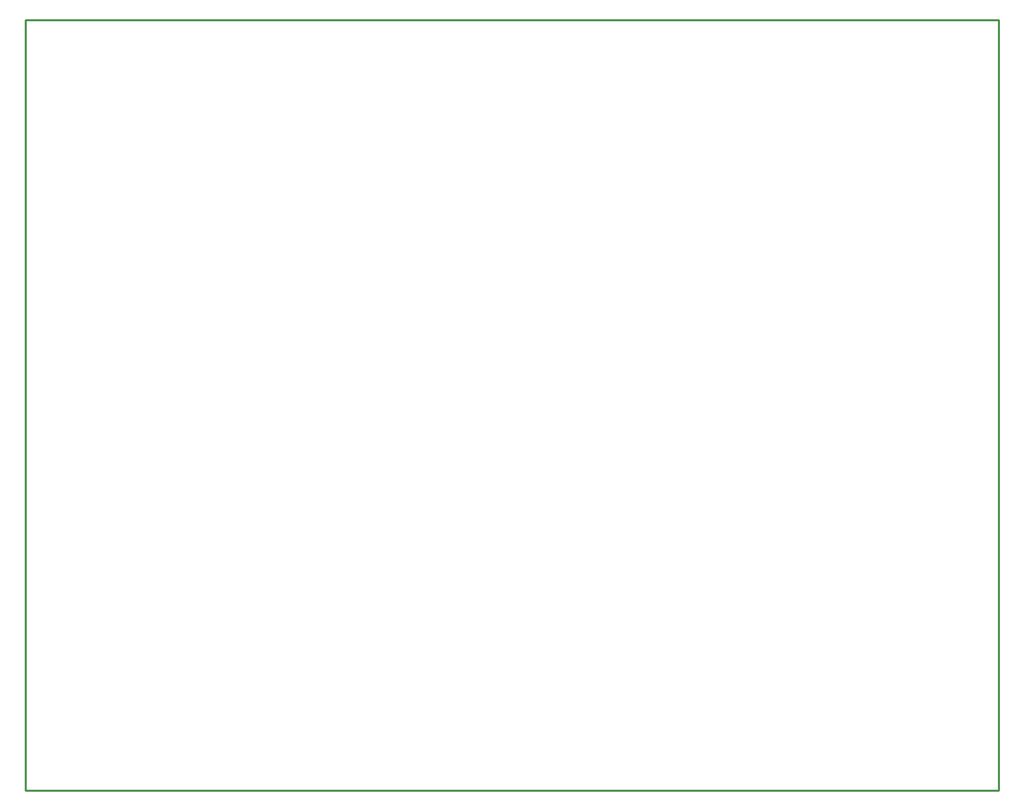
<source format=gko>
%FSAX24Y24*%
%MOIN*%
G70*
G01*
G75*
G04 Layer_Color=16711935*
%ADD10C,0.0080*%
%ADD11C,0.0079*%
%ADD12R,0.0591X0.0551*%
%ADD13R,0.0551X0.0591*%
%ADD14O,0.0236X0.0866*%
%ADD15R,0.0394X0.1575*%
%ADD16R,0.1575X0.0394*%
%ADD17R,0.1299X0.0984*%
G04:AMPARAMS|DCode=18|XSize=8.7mil|YSize=74.8mil|CornerRadius=2.2mil|HoleSize=0mil|Usage=FLASHONLY|Rotation=90.000|XOffset=0mil|YOffset=0mil|HoleType=Round|Shape=RoundedRectangle|*
%AMROUNDEDRECTD18*
21,1,0.0087,0.0705,0,0,90.0*
21,1,0.0043,0.0748,0,0,90.0*
1,1,0.0043,0.0352,0.0022*
1,1,0.0043,0.0352,-0.0022*
1,1,0.0043,-0.0352,-0.0022*
1,1,0.0043,-0.0352,0.0022*
%
%ADD18ROUNDEDRECTD18*%
G04:AMPARAMS|DCode=19|XSize=8.7mil|YSize=74.8mil|CornerRadius=2.2mil|HoleSize=0mil|Usage=FLASHONLY|Rotation=180.000|XOffset=0mil|YOffset=0mil|HoleType=Round|Shape=RoundedRectangle|*
%AMROUNDEDRECTD19*
21,1,0.0087,0.0705,0,0,180.0*
21,1,0.0043,0.0748,0,0,180.0*
1,1,0.0043,-0.0022,0.0352*
1,1,0.0043,0.0022,0.0352*
1,1,0.0043,0.0022,-0.0352*
1,1,0.0043,-0.0022,-0.0352*
%
%ADD19ROUNDEDRECTD19*%
G04:AMPARAMS|DCode=20|XSize=133.9mil|YSize=135.8mil|CornerRadius=0mil|HoleSize=0mil|Usage=FLASHONLY|Rotation=135.000|XOffset=0mil|YOffset=0mil|HoleType=Round|Shape=Rectangle|*
%AMROTATEDRECTD20*
4,1,4,0.0953,0.0007,-0.0007,-0.0953,-0.0953,-0.0007,0.0007,0.0953,0.0953,0.0007,0.0*
%
%ADD20ROTATEDRECTD20*%

%ADD21R,0.1339X0.1358*%
%ADD22R,0.2047X0.0827*%
%ADD23R,0.2047X0.1969*%
G04:AMPARAMS|DCode=24|XSize=11.8mil|YSize=65mil|CornerRadius=3mil|HoleSize=0mil|Usage=FLASHONLY|Rotation=90.000|XOffset=0mil|YOffset=0mil|HoleType=Round|Shape=RoundedRectangle|*
%AMROUNDEDRECTD24*
21,1,0.0118,0.0591,0,0,90.0*
21,1,0.0059,0.0650,0,0,90.0*
1,1,0.0059,0.0295,0.0030*
1,1,0.0059,0.0295,-0.0030*
1,1,0.0059,-0.0295,-0.0030*
1,1,0.0059,-0.0295,0.0030*
%
%ADD24ROUNDEDRECTD24*%
G04:AMPARAMS|DCode=25|XSize=11.8mil|YSize=65mil|CornerRadius=3mil|HoleSize=0mil|Usage=FLASHONLY|Rotation=0.000|XOffset=0mil|YOffset=0mil|HoleType=Round|Shape=RoundedRectangle|*
%AMROUNDEDRECTD25*
21,1,0.0118,0.0591,0,0,0.0*
21,1,0.0059,0.0650,0,0,0.0*
1,1,0.0059,0.0030,-0.0295*
1,1,0.0059,-0.0030,-0.0295*
1,1,0.0059,-0.0030,0.0295*
1,1,0.0059,0.0030,0.0295*
%
%ADD25ROUNDEDRECTD25*%
%ADD26O,0.0827X0.0177*%
%ADD27R,0.1240X0.2028*%
%ADD28O,0.0118X0.0551*%
%ADD29O,0.0551X0.0118*%
G04:AMPARAMS|DCode=30|XSize=65mil|YSize=143.7mil|CornerRadius=0mil|HoleSize=0mil|Usage=FLASHONLY|Rotation=315.000|XOffset=0mil|YOffset=0mil|HoleType=Round|Shape=Rectangle|*
%AMROTATEDRECTD30*
4,1,4,-0.0738,-0.0278,0.0278,0.0738,0.0738,0.0278,-0.0278,-0.0738,-0.0738,-0.0278,0.0*
%
%ADD30ROTATEDRECTD30*%

G04:AMPARAMS|DCode=31|XSize=11.8mil|YSize=55.1mil|CornerRadius=0mil|HoleSize=0mil|Usage=FLASHONLY|Rotation=315.000|XOffset=0mil|YOffset=0mil|HoleType=Round|Shape=Round|*
%AMOVALD31*
21,1,0.0433,0.0118,0.0000,0.0000,45.0*
1,1,0.0118,-0.0153,-0.0153*
1,1,0.0118,0.0153,0.0153*
%
%ADD31OVALD31*%

G04:AMPARAMS|DCode=32|XSize=11.8mil|YSize=55.1mil|CornerRadius=0mil|HoleSize=0mil|Usage=FLASHONLY|Rotation=45.000|XOffset=0mil|YOffset=0mil|HoleType=Round|Shape=Round|*
%AMOVALD32*
21,1,0.0433,0.0118,0.0000,0.0000,135.0*
1,1,0.0118,0.0153,-0.0153*
1,1,0.0118,-0.0153,0.0153*
%
%ADD32OVALD32*%

%ADD33R,0.0650X0.1437*%
%ADD34R,0.0197X0.0236*%
%ADD35R,0.0236X0.0197*%
%ADD36R,0.0354X0.0276*%
%ADD37R,0.0276X0.0354*%
%ADD38R,0.0354X0.0315*%
%ADD39R,0.0315X0.0354*%
G04:AMPARAMS|DCode=40|XSize=35.4mil|YSize=31.5mil|CornerRadius=0mil|HoleSize=0mil|Usage=FLASHONLY|Rotation=225.000|XOffset=0mil|YOffset=0mil|HoleType=Round|Shape=Rectangle|*
%AMROTATEDRECTD40*
4,1,4,0.0014,0.0237,0.0237,0.0014,-0.0014,-0.0237,-0.0237,-0.0014,0.0014,0.0237,0.0*
%
%ADD40ROTATEDRECTD40*%

%ADD41R,0.0551X0.0472*%
G04:AMPARAMS|DCode=42|XSize=35.4mil|YSize=27.6mil|CornerRadius=0mil|HoleSize=0mil|Usage=FLASHONLY|Rotation=45.000|XOffset=0mil|YOffset=0mil|HoleType=Round|Shape=Rectangle|*
%AMROTATEDRECTD42*
4,1,4,-0.0028,-0.0223,-0.0223,-0.0028,0.0028,0.0223,0.0223,0.0028,-0.0028,-0.0223,0.0*
%
%ADD42ROTATEDRECTD42*%

%ADD43P,0.2840X4X270.0*%
G04:AMPARAMS|DCode=44|XSize=11.8mil|YSize=39.4mil|CornerRadius=0mil|HoleSize=0mil|Usage=FLASHONLY|Rotation=225.000|XOffset=0mil|YOffset=0mil|HoleType=Round|Shape=Rectangle|*
%AMROTATEDRECTD44*
4,1,4,-0.0097,0.0181,0.0181,-0.0097,0.0097,-0.0181,-0.0181,0.0097,-0.0097,0.0181,0.0*
%
%ADD44ROTATEDRECTD44*%

G04:AMPARAMS|DCode=45|XSize=11.8mil|YSize=39.4mil|CornerRadius=0mil|HoleSize=0mil|Usage=FLASHONLY|Rotation=315.000|XOffset=0mil|YOffset=0mil|HoleType=Round|Shape=Rectangle|*
%AMROTATEDRECTD45*
4,1,4,-0.0181,-0.0097,0.0097,0.0181,0.0181,0.0097,-0.0097,-0.0181,-0.0181,-0.0097,0.0*
%
%ADD45ROTATEDRECTD45*%

%ADD46R,0.0236X0.0453*%
%ADD47C,0.0118*%
%ADD48C,0.0197*%
%ADD49C,0.0110*%
%ADD50C,0.0315*%
%ADD51C,0.0236*%
%ADD52C,0.0551*%
%ADD53C,0.0157*%
%ADD54C,0.0276*%
%ADD55C,0.0100*%
%ADD56C,0.0709*%
%ADD57C,0.0787*%
%ADD58C,0.0472*%
%ADD59C,0.0512*%
%ADD60C,0.0827*%
%ADD61C,0.0120*%
%ADD62R,0.3858X0.3858*%
%ADD63O,0.2362X0.2756*%
%ADD64C,0.0551*%
%ADD65O,0.2756X0.2362*%
%ADD66O,0.1181X0.1024*%
%ADD67R,0.0827X0.0827*%
%ADD68C,0.0827*%
%ADD69C,0.0709*%
%ADD70C,0.1575*%
%ADD71C,0.1181*%
%ADD72O,0.2362X0.1969*%
%ADD73O,0.2362X0.1575*%
%ADD74O,0.1181X0.2362*%
%ADD75C,0.0748*%
%ADD76R,0.0748X0.0748*%
%ADD77R,0.0748X0.0748*%
%ADD78R,0.0787X0.0787*%
%ADD79C,0.0787*%
%ADD80C,0.2362*%
%ADD81C,0.1654*%
%ADD82C,0.0630*%
%ADD83R,0.0630X0.0630*%
%ADD84C,0.0280*%
%ADD85C,0.0472*%
%ADD86C,0.0079*%
G04:AMPARAMS|DCode=87|XSize=16.5mil|YSize=65mil|CornerRadius=4.1mil|HoleSize=0mil|Usage=FLASHONLY|Rotation=45.000|XOffset=0mil|YOffset=0mil|HoleType=Round|Shape=RoundedRectangle|*
%AMROUNDEDRECTD87*
21,1,0.0165,0.0567,0,0,45.0*
21,1,0.0083,0.0650,0,0,45.0*
1,1,0.0083,0.0230,-0.0171*
1,1,0.0083,0.0171,-0.0230*
1,1,0.0083,-0.0230,0.0171*
1,1,0.0083,-0.0171,0.0230*
%
%ADD87ROUNDEDRECTD87*%
G04:AMPARAMS|DCode=88|XSize=16.5mil|YSize=65mil|CornerRadius=4.1mil|HoleSize=0mil|Usage=FLASHONLY|Rotation=315.000|XOffset=0mil|YOffset=0mil|HoleType=Round|Shape=RoundedRectangle|*
%AMROUNDEDRECTD88*
21,1,0.0165,0.0567,0,0,315.0*
21,1,0.0083,0.0650,0,0,315.0*
1,1,0.0083,-0.0171,-0.0230*
1,1,0.0083,-0.0230,-0.0171*
1,1,0.0083,0.0171,0.0230*
1,1,0.0083,0.0230,0.0171*
%
%ADD88ROUNDEDRECTD88*%
G04:AMPARAMS|DCode=89|XSize=19.7mil|YSize=23.6mil|CornerRadius=0mil|HoleSize=0mil|Usage=FLASHONLY|Rotation=315.000|XOffset=0mil|YOffset=0mil|HoleType=Round|Shape=Rectangle|*
%AMROTATEDRECTD89*
4,1,4,-0.0153,-0.0014,0.0014,0.0153,0.0153,0.0014,-0.0014,-0.0153,-0.0153,-0.0014,0.0*
%
%ADD89ROTATEDRECTD89*%

%ADD90R,0.0433X0.0669*%
G04:AMPARAMS|DCode=91|XSize=66.9mil|YSize=43.3mil|CornerRadius=0mil|HoleSize=0mil|Usage=FLASHONLY|Rotation=225.000|XOffset=0mil|YOffset=0mil|HoleType=Round|Shape=Rectangle|*
%AMROTATEDRECTD91*
4,1,4,0.0084,0.0390,0.0390,0.0084,-0.0084,-0.0390,-0.0390,-0.0084,0.0084,0.0390,0.0*
%
%ADD91ROTATEDRECTD91*%

%ADD92R,0.0669X0.0433*%
G04:AMPARAMS|DCode=93|XSize=66.9mil|YSize=43.3mil|CornerRadius=0mil|HoleSize=0mil|Usage=FLASHONLY|Rotation=135.000|XOffset=0mil|YOffset=0mil|HoleType=Round|Shape=Rectangle|*
%AMROTATEDRECTD93*
4,1,4,0.0390,-0.0084,0.0084,-0.0390,-0.0390,0.0084,-0.0084,0.0390,0.0390,-0.0084,0.0*
%
%ADD93ROTATEDRECTD93*%

%ADD94O,0.0984X0.0295*%
%ADD95R,0.0630X0.0512*%
G04:AMPARAMS|DCode=96|XSize=49.2mil|YSize=33.5mil|CornerRadius=0mil|HoleSize=0mil|Usage=FLASHONLY|Rotation=135.000|XOffset=0mil|YOffset=0mil|HoleType=Round|Shape=Rectangle|*
%AMROTATEDRECTD96*
4,1,4,0.0292,-0.0056,0.0056,-0.0292,-0.0292,0.0056,-0.0056,0.0292,0.0292,-0.0056,0.0*
%
%ADD96ROTATEDRECTD96*%

G04:AMPARAMS|DCode=97|XSize=19.7mil|YSize=23.6mil|CornerRadius=0mil|HoleSize=0mil|Usage=FLASHONLY|Rotation=225.000|XOffset=0mil|YOffset=0mil|HoleType=Round|Shape=Rectangle|*
%AMROTATEDRECTD97*
4,1,4,-0.0014,0.0153,0.0153,-0.0014,0.0014,-0.0153,-0.0153,0.0014,-0.0014,0.0153,0.0*
%
%ADD97ROTATEDRECTD97*%

%ADD98R,0.0433X0.0551*%
%ADD99R,0.0551X0.0433*%
%ADD100R,0.0453X0.0236*%
%ADD101C,0.0394*%
%ADD102C,0.0433*%
%ADD103C,0.0630*%
%ADD104C,0.0984*%
%ADD105C,0.1575*%
%ADD106C,0.1181*%
%ADD107C,0.0098*%
%ADD108C,0.0010*%
%ADD109R,0.0671X0.0631*%
%ADD110R,0.0631X0.0671*%
%ADD111O,0.0316X0.0946*%
%ADD112R,0.0474X0.1655*%
%ADD113R,0.1655X0.0474*%
%ADD114R,0.1379X0.1064*%
G04:AMPARAMS|DCode=115|XSize=16.7mil|YSize=82.8mil|CornerRadius=6.2mil|HoleSize=0mil|Usage=FLASHONLY|Rotation=90.000|XOffset=0mil|YOffset=0mil|HoleType=Round|Shape=RoundedRectangle|*
%AMROUNDEDRECTD115*
21,1,0.0167,0.0705,0,0,90.0*
21,1,0.0043,0.0828,0,0,90.0*
1,1,0.0123,0.0352,0.0022*
1,1,0.0123,0.0352,-0.0022*
1,1,0.0123,-0.0352,-0.0022*
1,1,0.0123,-0.0352,0.0022*
%
%ADD115ROUNDEDRECTD115*%
G04:AMPARAMS|DCode=116|XSize=16.7mil|YSize=82.8mil|CornerRadius=6.2mil|HoleSize=0mil|Usage=FLASHONLY|Rotation=180.000|XOffset=0mil|YOffset=0mil|HoleType=Round|Shape=RoundedRectangle|*
%AMROUNDEDRECTD116*
21,1,0.0167,0.0705,0,0,180.0*
21,1,0.0043,0.0828,0,0,180.0*
1,1,0.0123,-0.0022,0.0352*
1,1,0.0123,0.0022,0.0352*
1,1,0.0123,0.0022,-0.0352*
1,1,0.0123,-0.0022,-0.0352*
%
%ADD116ROUNDEDRECTD116*%
G04:AMPARAMS|DCode=117|XSize=141.9mil|YSize=143.8mil|CornerRadius=0mil|HoleSize=0mil|Usage=FLASHONLY|Rotation=135.000|XOffset=0mil|YOffset=0mil|HoleType=Round|Shape=Rectangle|*
%AMROTATEDRECTD117*
4,1,4,0.1010,0.0007,-0.0007,-0.1010,-0.1010,-0.0007,0.0007,0.1010,0.1010,0.0007,0.0*
%
%ADD117ROTATEDRECTD117*%

%ADD118R,0.1419X0.1438*%
%ADD119R,0.2127X0.0907*%
%ADD120R,0.2127X0.2049*%
G04:AMPARAMS|DCode=121|XSize=19.8mil|YSize=73mil|CornerRadius=7mil|HoleSize=0mil|Usage=FLASHONLY|Rotation=90.000|XOffset=0mil|YOffset=0mil|HoleType=Round|Shape=RoundedRectangle|*
%AMROUNDEDRECTD121*
21,1,0.0198,0.0591,0,0,90.0*
21,1,0.0059,0.0730,0,0,90.0*
1,1,0.0139,0.0295,0.0030*
1,1,0.0139,0.0295,-0.0030*
1,1,0.0139,-0.0295,-0.0030*
1,1,0.0139,-0.0295,0.0030*
%
%ADD121ROUNDEDRECTD121*%
G04:AMPARAMS|DCode=122|XSize=19.8mil|YSize=73mil|CornerRadius=7mil|HoleSize=0mil|Usage=FLASHONLY|Rotation=0.000|XOffset=0mil|YOffset=0mil|HoleType=Round|Shape=RoundedRectangle|*
%AMROUNDEDRECTD122*
21,1,0.0198,0.0591,0,0,0.0*
21,1,0.0059,0.0730,0,0,0.0*
1,1,0.0139,0.0030,-0.0295*
1,1,0.0139,-0.0030,-0.0295*
1,1,0.0139,-0.0030,0.0295*
1,1,0.0139,0.0030,0.0295*
%
%ADD122ROUNDEDRECTD122*%
%ADD123O,0.0907X0.0257*%
%ADD124R,0.1320X0.2108*%
%ADD125O,0.0198X0.0631*%
%ADD126O,0.0631X0.0198*%
G04:AMPARAMS|DCode=127|XSize=73mil|YSize=151.7mil|CornerRadius=0mil|HoleSize=0mil|Usage=FLASHONLY|Rotation=315.000|XOffset=0mil|YOffset=0mil|HoleType=Round|Shape=Rectangle|*
%AMROTATEDRECTD127*
4,1,4,-0.0794,-0.0278,0.0278,0.0794,0.0794,0.0278,-0.0278,-0.0794,-0.0794,-0.0278,0.0*
%
%ADD127ROTATEDRECTD127*%

G04:AMPARAMS|DCode=128|XSize=19.8mil|YSize=63.1mil|CornerRadius=0mil|HoleSize=0mil|Usage=FLASHONLY|Rotation=315.000|XOffset=0mil|YOffset=0mil|HoleType=Round|Shape=Round|*
%AMOVALD128*
21,1,0.0433,0.0198,0.0000,0.0000,45.0*
1,1,0.0198,-0.0153,-0.0153*
1,1,0.0198,0.0153,0.0153*
%
%ADD128OVALD128*%

G04:AMPARAMS|DCode=129|XSize=19.8mil|YSize=63.1mil|CornerRadius=0mil|HoleSize=0mil|Usage=FLASHONLY|Rotation=45.000|XOffset=0mil|YOffset=0mil|HoleType=Round|Shape=Round|*
%AMOVALD129*
21,1,0.0433,0.0198,0.0000,0.0000,135.0*
1,1,0.0198,0.0153,-0.0153*
1,1,0.0198,-0.0153,0.0153*
%
%ADD129OVALD129*%

%ADD130R,0.0730X0.1517*%
%ADD131R,0.0277X0.0316*%
%ADD132R,0.0316X0.0277*%
%ADD133R,0.0434X0.0356*%
%ADD134R,0.0356X0.0434*%
%ADD135R,0.0434X0.0395*%
%ADD136R,0.0395X0.0434*%
G04:AMPARAMS|DCode=137|XSize=43.4mil|YSize=39.5mil|CornerRadius=0mil|HoleSize=0mil|Usage=FLASHONLY|Rotation=225.000|XOffset=0mil|YOffset=0mil|HoleType=Round|Shape=Rectangle|*
%AMROTATEDRECTD137*
4,1,4,0.0014,0.0293,0.0293,0.0014,-0.0014,-0.0293,-0.0293,-0.0014,0.0014,0.0293,0.0*
%
%ADD137ROTATEDRECTD137*%

%ADD138R,0.0631X0.0552*%
G04:AMPARAMS|DCode=139|XSize=43.4mil|YSize=35.6mil|CornerRadius=0mil|HoleSize=0mil|Usage=FLASHONLY|Rotation=45.000|XOffset=0mil|YOffset=0mil|HoleType=Round|Shape=Rectangle|*
%AMROTATEDRECTD139*
4,1,4,-0.0028,-0.0279,-0.0279,-0.0028,0.0028,0.0279,0.0279,0.0028,-0.0028,-0.0279,0.0*
%
%ADD139ROTATEDRECTD139*%

%ADD140P,0.2953X4X270.0*%
G04:AMPARAMS|DCode=141|XSize=19.8mil|YSize=47.4mil|CornerRadius=0mil|HoleSize=0mil|Usage=FLASHONLY|Rotation=225.000|XOffset=0mil|YOffset=0mil|HoleType=Round|Shape=Rectangle|*
%AMROTATEDRECTD141*
4,1,4,-0.0097,0.0238,0.0238,-0.0097,0.0097,-0.0238,-0.0238,0.0097,-0.0097,0.0238,0.0*
%
%ADD141ROTATEDRECTD141*%

G04:AMPARAMS|DCode=142|XSize=19.8mil|YSize=47.4mil|CornerRadius=0mil|HoleSize=0mil|Usage=FLASHONLY|Rotation=315.000|XOffset=0mil|YOffset=0mil|HoleType=Round|Shape=Rectangle|*
%AMROTATEDRECTD142*
4,1,4,-0.0238,-0.0097,0.0097,0.0238,0.0238,0.0097,-0.0097,-0.0238,-0.0238,-0.0097,0.0*
%
%ADD142ROTATEDRECTD142*%

%ADD143R,0.0316X0.0533*%
%ADD144O,0.2442X0.2836*%
%ADD145C,0.0631*%
%ADD146O,0.2836X0.2442*%
%ADD147O,0.1261X0.1104*%
%ADD148R,0.0907X0.0907*%
%ADD149C,0.0907*%
%ADD150C,0.0789*%
%ADD151C,0.1655*%
%ADD152C,0.1261*%
%ADD153O,0.2442X0.2049*%
%ADD154O,0.2442X0.1655*%
%ADD155O,0.1261X0.2442*%
%ADD156C,0.0828*%
%ADD157R,0.0828X0.0828*%
%ADD158R,0.0828X0.0828*%
%ADD159R,0.0867X0.0867*%
%ADD160C,0.0867*%
%ADD161C,0.2442*%
%ADD162C,0.1734*%
%ADD163C,0.0710*%
%ADD164R,0.0710X0.0710*%
%ADD165C,0.0360*%
%ADD166C,0.0552*%
G04:AMPARAMS|DCode=167|XSize=24.5mil|YSize=73mil|CornerRadius=8.1mil|HoleSize=0mil|Usage=FLASHONLY|Rotation=45.000|XOffset=0mil|YOffset=0mil|HoleType=Round|Shape=RoundedRectangle|*
%AMROUNDEDRECTD167*
21,1,0.0245,0.0567,0,0,45.0*
21,1,0.0083,0.0730,0,0,45.0*
1,1,0.0163,0.0230,-0.0171*
1,1,0.0163,0.0171,-0.0230*
1,1,0.0163,-0.0230,0.0171*
1,1,0.0163,-0.0171,0.0230*
%
%ADD167ROUNDEDRECTD167*%
G04:AMPARAMS|DCode=168|XSize=24.5mil|YSize=73mil|CornerRadius=8.1mil|HoleSize=0mil|Usage=FLASHONLY|Rotation=315.000|XOffset=0mil|YOffset=0mil|HoleType=Round|Shape=RoundedRectangle|*
%AMROUNDEDRECTD168*
21,1,0.0245,0.0567,0,0,315.0*
21,1,0.0083,0.0730,0,0,315.0*
1,1,0.0163,-0.0171,-0.0230*
1,1,0.0163,-0.0230,-0.0171*
1,1,0.0163,0.0171,0.0230*
1,1,0.0163,0.0230,0.0171*
%
%ADD168ROUNDEDRECTD168*%
G04:AMPARAMS|DCode=169|XSize=27.7mil|YSize=31.6mil|CornerRadius=0mil|HoleSize=0mil|Usage=FLASHONLY|Rotation=315.000|XOffset=0mil|YOffset=0mil|HoleType=Round|Shape=Rectangle|*
%AMROTATEDRECTD169*
4,1,4,-0.0210,-0.0014,0.0014,0.0210,0.0210,0.0014,-0.0014,-0.0210,-0.0210,-0.0014,0.0*
%
%ADD169ROTATEDRECTD169*%

%ADD170R,0.0513X0.0749*%
G04:AMPARAMS|DCode=171|XSize=74.9mil|YSize=51.3mil|CornerRadius=0mil|HoleSize=0mil|Usage=FLASHONLY|Rotation=225.000|XOffset=0mil|YOffset=0mil|HoleType=Round|Shape=Rectangle|*
%AMROTATEDRECTD171*
4,1,4,0.0084,0.0446,0.0446,0.0084,-0.0084,-0.0446,-0.0446,-0.0084,0.0084,0.0446,0.0*
%
%ADD171ROTATEDRECTD171*%

%ADD172R,0.0749X0.0513*%
G04:AMPARAMS|DCode=173|XSize=74.9mil|YSize=51.3mil|CornerRadius=0mil|HoleSize=0mil|Usage=FLASHONLY|Rotation=135.000|XOffset=0mil|YOffset=0mil|HoleType=Round|Shape=Rectangle|*
%AMROTATEDRECTD173*
4,1,4,0.0446,-0.0084,0.0084,-0.0446,-0.0446,0.0084,-0.0084,0.0446,0.0446,-0.0084,0.0*
%
%ADD173ROTATEDRECTD173*%

%ADD174O,0.1064X0.0375*%
%ADD175R,0.0710X0.0592*%
G04:AMPARAMS|DCode=176|XSize=57.2mil|YSize=41.5mil|CornerRadius=0mil|HoleSize=0mil|Usage=FLASHONLY|Rotation=135.000|XOffset=0mil|YOffset=0mil|HoleType=Round|Shape=Rectangle|*
%AMROTATEDRECTD176*
4,1,4,0.0349,-0.0056,0.0056,-0.0349,-0.0349,0.0056,-0.0056,0.0349,0.0349,-0.0056,0.0*
%
%ADD176ROTATEDRECTD176*%

G04:AMPARAMS|DCode=177|XSize=27.7mil|YSize=31.6mil|CornerRadius=0mil|HoleSize=0mil|Usage=FLASHONLY|Rotation=225.000|XOffset=0mil|YOffset=0mil|HoleType=Round|Shape=Rectangle|*
%AMROTATEDRECTD177*
4,1,4,-0.0014,0.0210,0.0210,-0.0014,0.0014,-0.0210,-0.0210,0.0014,-0.0014,0.0210,0.0*
%
%ADD177ROTATEDRECTD177*%

%ADD178R,0.0513X0.0631*%
%ADD179R,0.0631X0.0513*%
%ADD180R,0.0533X0.0316*%
%ADD181C,0.0075*%
%ADD182C,0.0039*%
%ADD183C,0.0020*%
D55*
X057087Y009843D02*
Y047244D01*
X009843Y009843D02*
X057087D01*
X009843Y047244D02*
X057087D01*
X009843Y009843D02*
Y047244D01*
M02*

</source>
